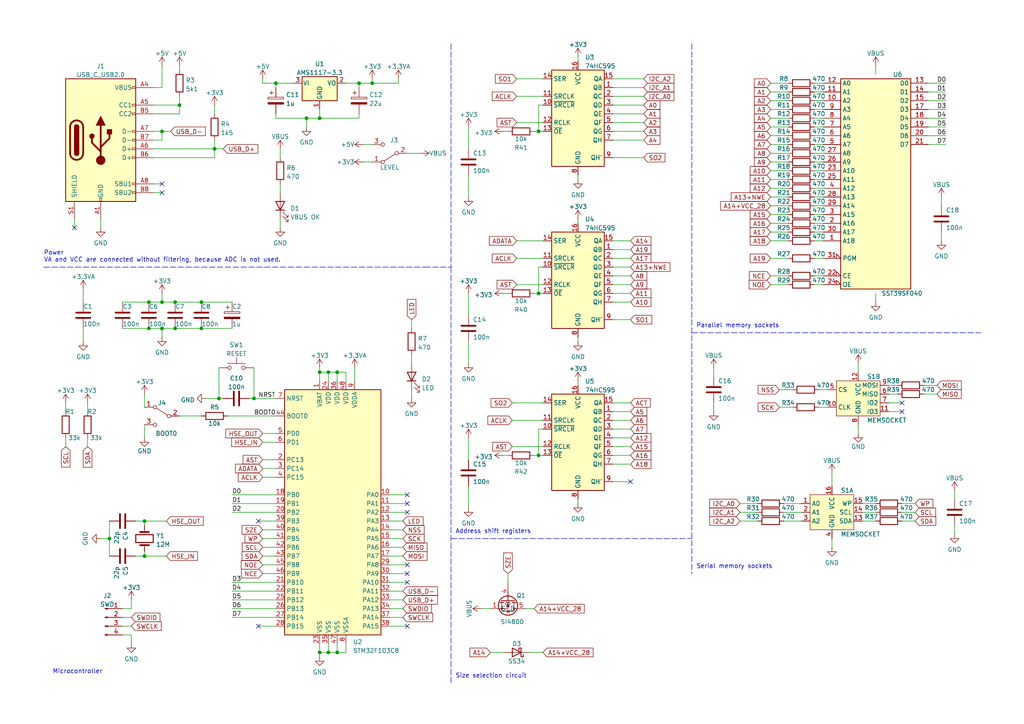
<source format=kicad_sch>
(kicad_sch (version 20211123) (generator eeschema)
  (paper "A4")
  (title_block (title "Memory dumper") (date "2022-10-15") (rev "0.1") (comment 1 "Made by HA5PLS"))
  (junction (at 156.21 38.1))
  (junction (at 73.66 115.57))
  (junction (at 58.42 87.63))
  (junction (at 80.01 24.13))
  (junction (at 92.71 107.95))
  (junction (at 107.95 24.13))
  (junction (at 41.91 151.13))
  (junction (at 156.21 85.09))
  (junction (at 50.8 87.63))
  (junction (at 95.25 107.95))
  (junction (at 46.99 38.1))
  (junction (at 46.99 95.25))
  (junction (at 58.42 95.25))
  (junction (at 95.25 189.23))
  (junction (at 92.71 189.23))
  (junction (at 46.99 87.63))
  (junction (at 43.18 95.25))
  (junction (at 63.5 115.57))
  (junction (at 43.18 87.63))
  (junction (at 97.79 189.23))
  (junction (at 92.71 34.29))
  (junction (at 50.8 95.25))
  (junction (at 97.79 107.95))
  (junction (at 62.23 43.18))
  (junction (at 88.9 34.29))
  (junction (at 156.21 132.08))
  (junction (at 31.75 156.21))
  (junction (at 104.14 24.13))
  (junction (at 52.07 30.48))
  (junction (at 41.91 161.29))
  (no_connect (at 21.59 66.04))
  (no_connect (at 46.99 55.88))
  (no_connect (at 46.99 53.34))
  (no_connect (at 182.88 139.7))
  (no_connect (at 261.62 116.84))
  (no_connect (at 261.62 119.38))
  (no_connect (at 74.93 181.61))
  (no_connect (at 74.93 151.13))
  (no_connect (at 118.11 168.91))
  (no_connect (at 118.11 181.61))
  (no_connect (at 118.11 163.83))
  (no_connect (at 118.11 166.37))
  (no_connect (at 118.11 143.51))
  (no_connect (at 118.11 146.05))
  (no_connect (at 118.11 148.59))
  (wire (pts (xy 66.04 120.65) (xy 80.01 120.65)))
  (wire (pts (xy 257.81 114.3) (xy 260.35 114.3)))
  (wire (pts (xy 223.52 29.21) (xy 228.6 29.21)))
  (wire (pts (xy 62.23 43.18) (xy 64.77 43.18)))
  (wire (pts (xy 269.24 34.29) (xy 274.32 34.29)))
  (wire (pts (xy 223.52 74.93) (xy 228.6 74.93)))
  (wire (pts (xy 236.22 80.01) (xy 238.76 80.01)))
  (wire (pts (xy 223.52 41.91) (xy 228.6 41.91)))
  (wire (pts (xy 214.63 151.13) (xy 219.71 151.13)))
  (wire (pts (xy 41.91 151.13) (xy 48.26 151.13)))
  (wire (pts (xy 21.59 63.5) (xy 21.59 66.04)))
  (wire (pts (xy 223.52 59.69) (xy 228.6 59.69)))
  (wire (pts (xy 44.45 45.72) (xy 62.23 45.72)))
  (wire (pts (xy 44.45 25.4) (xy 46.99 25.4)))
  (wire (pts (xy 19.05 129.54) (xy 19.05 127)))
  (wire (pts (xy 31.75 156.21) (xy 29.21 156.21)))
  (wire (pts (xy 115.57 24.13) (xy 115.57 22.86)))
  (wire (pts (xy 67.31 176.53) (xy 80.01 176.53)))
  (wire (pts (xy 261.62 151.13) (xy 265.43 151.13)))
  (wire (pts (xy 104.14 33.02) (xy 104.14 34.29)))
  (wire (pts (xy 113.03 153.67) (xy 116.84 153.67)))
  (wire (pts (xy 63.5 115.57) (xy 64.77 115.57)))
  (wire (pts (xy 50.8 95.25) (xy 58.42 95.25)))
  (wire (pts (xy 41.91 160.02) (xy 41.91 161.29)))
  (wire (pts (xy 273.05 57.15) (xy 273.05 59.69)))
  (wire (pts (xy 67.31 171.45) (xy 80.01 171.45)))
  (wire (pts (xy 92.71 186.69) (xy 92.71 189.23)))
  (wire (pts (xy 119.38 92.71) (xy 119.38 95.25)))
  (wire (pts (xy 113.03 156.21) (xy 116.84 156.21)))
  (wire (pts (xy 95.25 189.23) (xy 97.79 189.23)))
  (wire (pts (xy 177.8 119.38) (xy 182.88 119.38)))
  (wire (pts (xy 76.2 156.21) (xy 80.01 156.21)))
  (wire (pts (xy 236.22 59.69) (xy 238.76 59.69)))
  (wire (pts (xy 100.33 107.95) (xy 100.33 110.49)))
  (wire (pts (xy 177.8 38.1) (xy 186.69 38.1)))
  (wire (pts (xy 76.2 24.13) (xy 80.01 24.13)))
  (wire (pts (xy 223.52 44.45) (xy 228.6 44.45)))
  (wire (pts (xy 250.19 151.13) (xy 254 151.13)))
  (wire (pts (xy 135.89 85.09) (xy 135.89 91.44)))
  (wire (pts (xy 25.4 129.54) (xy 25.4 127)))
  (wire (pts (xy 241.3 137.16) (xy 241.3 140.97)))
  (wire (pts (xy 62.23 43.18) (xy 62.23 45.72)))
  (wire (pts (xy 105.41 46.99) (xy 107.95 46.99)))
  (wire (pts (xy 254 19.05) (xy 254 21.59)))
  (wire (pts (xy 156.21 77.47) (xy 156.21 85.09)))
  (wire (pts (xy 149.86 35.56) (xy 157.48 35.56)))
  (wire (pts (xy 113.03 146.05) (xy 118.11 146.05)))
  (wire (pts (xy 236.22 74.93) (xy 238.76 74.93)))
  (wire (pts (xy 149.86 27.94) (xy 157.48 27.94)))
  (wire (pts (xy 135.89 99.06) (xy 135.89 105.41)))
  (wire (pts (xy 92.71 106.68) (xy 92.71 107.95)))
  (polyline (pts (xy 12.7 77.47) (xy 123.19 77.47)))
  (wire (pts (xy 207.01 116.84) (xy 207.01 119.38)))
  (wire (pts (xy 236.22 44.45) (xy 238.76 44.45)))
  (wire (pts (xy 116.84 151.13) (xy 113.03 151.13)))
  (wire (pts (xy 177.8 25.4) (xy 186.69 25.4)))
  (wire (pts (xy 41.91 123.19) (xy 41.91 127)))
  (wire (pts (xy 177.8 129.54) (xy 182.88 129.54)))
  (wire (pts (xy 154.94 132.08) (xy 156.21 132.08)))
  (wire (pts (xy 149.86 74.93) (xy 157.48 74.93)))
  (wire (pts (xy 80.01 33.02) (xy 80.01 34.29)))
  (wire (pts (xy 25.4 119.38) (xy 25.4 116.84)))
  (wire (pts (xy 207.01 106.68) (xy 207.01 109.22)))
  (wire (pts (xy 156.21 38.1) (xy 157.48 38.1)))
  (wire (pts (xy 119.38 113.03) (xy 119.38 115.57)))
  (wire (pts (xy 41.91 114.3) (xy 41.91 118.11)))
  (wire (pts (xy 74.93 151.13) (xy 80.01 151.13)))
  (wire (pts (xy 236.22 57.15) (xy 238.76 57.15)))
  (wire (pts (xy 44.45 38.1) (xy 46.99 38.1)))
  (wire (pts (xy 214.63 148.59) (xy 219.71 148.59)))
  (polyline (pts (xy 200.66 12.7) (xy 200.66 166.37)))
  (wire (pts (xy 248.92 123.19) (xy 248.92 125.73)))
  (wire (pts (xy 31.75 151.13) (xy 31.75 156.21)))
  (wire (pts (xy 76.2 158.75) (xy 80.01 158.75)))
  (wire (pts (xy 254 85.09) (xy 254 87.63)))
  (wire (pts (xy 38.1 184.15) (xy 38.1 186.69)))
  (wire (pts (xy 177.8 40.64) (xy 186.69 40.64)))
  (wire (pts (xy 237.49 113.03) (xy 240.03 113.03)))
  (wire (pts (xy 81.28 43.18) (xy 81.28 45.72)))
  (wire (pts (xy 76.2 166.37) (xy 80.01 166.37)))
  (wire (pts (xy 35.56 184.15) (xy 38.1 184.15)))
  (wire (pts (xy 50.8 87.63) (xy 58.42 87.63)))
  (wire (pts (xy 24.13 83.82) (xy 24.13 87.63)))
  (wire (pts (xy 267.97 111.76) (xy 271.78 111.76)))
  (wire (pts (xy 177.8 27.94) (xy 186.69 27.94)))
  (wire (pts (xy 177.8 69.85) (xy 182.88 69.85)))
  (wire (pts (xy 85.09 24.13) (xy 80.01 24.13)))
  (wire (pts (xy 214.63 146.05) (xy 219.71 146.05)))
  (wire (pts (xy 226.06 118.11) (xy 229.87 118.11)))
  (wire (pts (xy 135.89 127) (xy 135.89 133.35)))
  (wire (pts (xy 237.49 118.11) (xy 240.03 118.11)))
  (wire (pts (xy 223.52 46.99) (xy 228.6 46.99)))
  (wire (pts (xy 46.99 95.25) (xy 46.99 97.79)))
  (wire (pts (xy 58.42 87.63) (xy 67.31 87.63)))
  (wire (pts (xy 102.87 106.68) (xy 102.87 110.49)))
  (wire (pts (xy 76.2 161.29) (xy 80.01 161.29)))
  (wire (pts (xy 104.14 24.13) (xy 107.95 24.13)))
  (wire (pts (xy 177.8 45.72) (xy 186.69 45.72)))
  (wire (pts (xy 67.31 148.59) (xy 80.01 148.59)))
  (wire (pts (xy 35.56 179.07) (xy 38.1 179.07)))
  (wire (pts (xy 223.52 62.23) (xy 228.6 62.23)))
  (wire (pts (xy 269.24 41.91) (xy 274.32 41.91)))
  (wire (pts (xy 248.92 105.41) (xy 248.92 107.95)))
  (wire (pts (xy 119.38 102.87) (xy 119.38 105.41)))
  (wire (pts (xy 154.94 85.09) (xy 156.21 85.09)))
  (wire (pts (xy 35.56 95.25) (xy 43.18 95.25)))
  (wire (pts (xy 223.52 80.01) (xy 228.6 80.01)))
  (wire (pts (xy 95.25 107.95) (xy 95.25 110.49)))
  (wire (pts (xy 95.25 186.69) (xy 95.25 189.23)))
  (wire (pts (xy 52.07 19.05) (xy 52.07 20.32)))
  (wire (pts (xy 152.4 176.53) (xy 154.94 176.53)))
  (wire (pts (xy 149.86 69.85) (xy 157.48 69.85)))
  (wire (pts (xy 74.93 181.61) (xy 80.01 181.61)))
  (wire (pts (xy 223.52 34.29) (xy 228.6 34.29)))
  (wire (pts (xy 236.22 69.85) (xy 238.76 69.85)))
  (wire (pts (xy 113.03 173.99) (xy 116.84 173.99)))
  (wire (pts (xy 177.8 134.62) (xy 182.88 134.62)))
  (wire (pts (xy 156.21 132.08) (xy 157.48 132.08)))
  (wire (pts (xy 177.8 72.39) (xy 182.88 72.39)))
  (wire (pts (xy 88.9 34.29) (xy 92.71 34.29)))
  (wire (pts (xy 267.97 114.3) (xy 271.78 114.3)))
  (wire (pts (xy 113.03 143.51) (xy 118.11 143.51)))
  (wire (pts (xy 46.99 87.63) (xy 50.8 87.63)))
  (wire (pts (xy 177.8 127) (xy 182.88 127)))
  (wire (pts (xy 49.53 38.1) (xy 46.99 38.1)))
  (wire (pts (xy 167.64 110.49) (xy 167.64 111.76)))
  (wire (pts (xy 223.52 24.13) (xy 228.6 24.13)))
  (wire (pts (xy 177.8 77.47) (xy 182.88 77.47)))
  (wire (pts (xy 261.62 148.59) (xy 265.43 148.59)))
  (wire (pts (xy 76.2 128.27) (xy 80.01 128.27)))
  (wire (pts (xy 100.33 186.69) (xy 100.33 189.23)))
  (wire (pts (xy 43.18 95.25) (xy 46.99 95.25)))
  (wire (pts (xy 107.95 24.13) (xy 115.57 24.13)))
  (wire (pts (xy 177.8 80.01) (xy 182.88 80.01)))
  (wire (pts (xy 92.71 190.5) (xy 92.71 189.23)))
  (wire (pts (xy 67.31 143.51) (xy 80.01 143.51)))
  (wire (pts (xy 236.22 62.23) (xy 238.76 62.23)))
  (wire (pts (xy 113.03 168.91) (xy 118.11 168.91)))
  (wire (pts (xy 223.52 31.75) (xy 228.6 31.75)))
  (wire (pts (xy 31.75 156.21) (xy 31.75 161.29)))
  (wire (pts (xy 73.66 115.57) (xy 80.01 115.57)))
  (wire (pts (xy 76.2 125.73) (xy 80.01 125.73)))
  (wire (pts (xy 269.24 26.67) (xy 274.32 26.67)))
  (wire (pts (xy 177.8 82.55) (xy 182.88 82.55)))
  (wire (pts (xy 157.48 30.48) (xy 156.21 30.48)))
  (wire (pts (xy 97.79 186.69) (xy 97.79 189.23)))
  (wire (pts (xy 177.8 116.84) (xy 182.88 116.84)))
  (wire (pts (xy 92.71 31.75) (xy 92.71 34.29)))
  (wire (pts (xy 147.32 166.37) (xy 147.32 168.91)))
  (wire (pts (xy 156.21 124.46) (xy 156.21 132.08)))
  (wire (pts (xy 177.8 22.86) (xy 186.69 22.86)))
  (wire (pts (xy 29.21 63.5) (xy 29.21 66.04)))
  (wire (pts (xy 149.86 22.86) (xy 157.48 22.86)))
  (wire (pts (xy 63.5 106.68) (xy 63.5 115.57)))
  (wire (pts (xy 35.56 87.63) (xy 43.18 87.63)))
  (wire (pts (xy 167.64 97.79) (xy 167.64 99.06)))
  (wire (pts (xy 58.42 95.25) (xy 67.31 95.25)))
  (wire (pts (xy 67.31 179.07) (xy 80.01 179.07)))
  (wire (pts (xy 223.52 69.85) (xy 228.6 69.85)))
  (wire (pts (xy 177.8 35.56) (xy 186.69 35.56)))
  (wire (pts (xy 100.33 189.23) (xy 97.79 189.23)))
  (wire (pts (xy 236.22 26.67) (xy 238.76 26.67)))
  (wire (pts (xy 135.89 36.83) (xy 135.89 43.18)))
  (polyline (pts (xy 200.66 96.52) (xy 284.48 96.52)))
  (wire (pts (xy 236.22 29.21) (xy 238.76 29.21)))
  (wire (pts (xy 81.28 63.5) (xy 81.28 66.04)))
  (wire (pts (xy 46.99 95.25) (xy 50.8 95.25)))
  (wire (pts (xy 44.45 55.88) (xy 46.99 55.88)))
  (wire (pts (xy 157.48 124.46) (xy 156.21 124.46)))
  (wire (pts (xy 273.05 67.31) (xy 273.05 69.85)))
  (wire (pts (xy 67.31 168.91) (xy 80.01 168.91)))
  (wire (pts (xy 177.8 121.92) (xy 182.88 121.92)))
  (wire (pts (xy 156.21 85.09) (xy 157.48 85.09)))
  (wire (pts (xy 80.01 133.35) (xy 76.2 133.35)))
  (wire (pts (xy 107.95 22.86) (xy 107.95 24.13)))
  (wire (pts (xy 236.22 64.77) (xy 238.76 64.77)))
  (wire (pts (xy 177.8 33.02) (xy 186.69 33.02)))
  (wire (pts (xy 223.52 57.15) (xy 228.6 57.15)))
  (wire (pts (xy 236.22 34.29) (xy 238.76 34.29)))
  (wire (pts (xy 72.39 115.57) (xy 73.66 115.57)))
  (wire (pts (xy 97.79 107.95) (xy 97.79 110.49)))
  (wire (pts (xy 167.64 144.78) (xy 167.64 146.05)))
  (wire (pts (xy 154.94 38.1) (xy 156.21 38.1)))
  (wire (pts (xy 153.67 189.23) (xy 157.48 189.23)))
  (wire (pts (xy 80.01 34.29) (xy 88.9 34.29)))
  (wire (pts (xy 44.45 53.34) (xy 46.99 53.34)))
  (wire (pts (xy 269.24 39.37) (xy 274.32 39.37)))
  (wire (pts (xy 156.21 30.48) (xy 156.21 38.1)))
  (wire (pts (xy 223.52 26.67) (xy 228.6 26.67)))
  (wire (pts (xy 223.52 82.55) (xy 228.6 82.55)))
  (wire (pts (xy 167.64 63.5) (xy 167.64 64.77)))
  (wire (pts (xy 236.22 52.07) (xy 238.76 52.07)))
  (wire (pts (xy 177.8 124.46) (xy 182.88 124.46)))
  (wire (pts (xy 236.22 24.13) (xy 238.76 24.13)))
  (wire (pts (xy 113.03 176.53) (xy 116.84 176.53)))
  (polyline (pts (xy 123.19 77.47) (xy 130.81 77.47)))
  (wire (pts (xy 257.81 116.84) (xy 261.62 116.84)))
  (wire (pts (xy 113.03 166.37) (xy 118.11 166.37)))
  (wire (pts (xy 76.2 138.43) (xy 80.01 138.43)))
  (polyline (pts (xy 130.81 12.7) (xy 130.81 77.47)))
  (wire (pts (xy 177.8 85.09) (xy 182.88 85.09)))
  (wire (pts (xy 62.23 30.48) (xy 62.23 33.02)))
  (wire (pts (xy 142.24 189.23) (xy 146.05 189.23)))
  (wire (pts (xy 148.59 129.54) (xy 157.48 129.54)))
  (wire (pts (xy 269.24 31.75) (xy 274.32 31.75)))
  (wire (pts (xy 223.52 52.07) (xy 228.6 52.07)))
  (wire (pts (xy 113.03 181.61) (xy 118.11 181.61)))
  (wire (pts (xy 59.69 115.57) (xy 63.5 115.57)))
  (wire (pts (xy 39.37 151.13) (xy 41.91 151.13)))
  (polyline (pts (xy 130.81 156.21) (xy 200.66 156.21)))
  (wire (pts (xy 92.71 34.29) (xy 104.14 34.29)))
  (wire (pts (xy 250.19 146.05) (xy 254 146.05)))
  (wire (pts (xy 148.59 116.84) (xy 157.48 116.84)))
  (wire (pts (xy 257.81 119.38) (xy 261.62 119.38)))
  (wire (pts (xy 157.48 77.47) (xy 156.21 77.47)))
  (wire (pts (xy 236.22 36.83) (xy 238.76 36.83)))
  (wire (pts (xy 236.22 31.75) (xy 238.76 31.75)))
  (wire (pts (xy 19.05 119.38) (xy 19.05 116.84)))
  (wire (pts (xy 46.99 19.05) (xy 46.99 25.4)))
  (wire (pts (xy 241.3 156.21) (xy 241.3 158.75)))
  (wire (pts (xy 236.22 67.31) (xy 238.76 67.31)))
  (wire (pts (xy 24.13 95.25) (xy 24.13 99.06)))
  (wire (pts (xy 76.2 153.67) (xy 80.01 153.67)))
  (wire (pts (xy 261.62 146.05) (xy 265.43 146.05)))
  (wire (pts (xy 223.52 49.53) (xy 228.6 49.53)))
  (wire (pts (xy 43.18 87.63) (xy 46.99 87.63)))
  (wire (pts (xy 250.19 148.59) (xy 254 148.59)))
  (wire (pts (xy 113.03 179.07) (xy 116.84 179.07)))
  (wire (pts (xy 113.03 158.75) (xy 116.84 158.75)))
  (wire (pts (xy 80.01 135.89) (xy 76.2 135.89)))
  (wire (pts (xy 52.07 33.02) (xy 52.07 30.48)))
  (wire (pts (xy 67.31 173.99) (xy 80.01 173.99)))
  (wire (pts (xy 146.05 38.1) (xy 147.32 38.1)))
  (wire (pts (xy 227.33 151.13) (xy 232.41 151.13)))
  (wire (pts (xy 41.91 161.29) (xy 39.37 161.29)))
  (wire (pts (xy 41.91 151.13) (xy 41.91 152.4)))
  (wire (pts (xy 236.22 54.61) (xy 238.76 54.61)))
  (wire (pts (xy 76.2 163.83) (xy 80.01 163.83)))
  (wire (pts (xy 67.31 146.05) (xy 80.01 146.05)))
  (wire (pts (xy 113.03 161.29) (xy 116.84 161.29)))
  (wire (pts (xy 95.25 107.95) (xy 97.79 107.95)))
  (wire (pts (xy 76.2 22.86) (xy 76.2 24.13)))
  (wire (pts (xy 177.8 30.48) (xy 186.69 30.48)))
  (wire (pts (xy 139.7 176.53) (xy 142.24 176.53)))
  (wire (pts (xy 236.22 82.55) (xy 238.76 82.55)))
  (wire (pts (xy 135.89 140.97) (xy 135.89 147.32)))
  (wire (pts (xy 167.64 16.51) (xy 167.64 17.78)))
  (wire (pts (xy 177.8 87.63) (xy 182.88 87.63)))
  (wire (pts (xy 167.64 50.8) (xy 167.64 52.07)))
  (wire (pts (xy 38.1 176.53) (xy 38.1 173.99)))
  (polyline (pts (xy 130.81 77.47) (xy 130.81 198.12)))
  (wire (pts (xy 81.28 53.34) (xy 81.28 55.88)))
  (wire (pts (xy 113.03 171.45) (xy 116.84 171.45)))
  (wire (pts (xy 113.03 163.83) (xy 118.11 163.83)))
  (wire (pts (xy 52.07 27.94) (xy 52.07 30.48)))
  (wire (pts (xy 135.89 50.8) (xy 135.89 57.15)))
  (wire (pts (xy 46.99 38.1) (xy 46.99 40.64)))
  (wire (pts (xy 276.86 152.4) (xy 276.86 154.94)))
  (wire (pts (xy 269.24 36.83) (xy 274.32 36.83)))
  (wire (pts (xy 223.52 64.77) (xy 228.6 64.77)))
  (wire (pts (xy 62.23 40.64) (xy 62.23 43.18)))
  (wire (pts (xy 223.52 39.37) (xy 228.6 39.37)))
  (wire (pts (xy 236.22 49.53) (xy 238.76 49.53)))
  (wire (pts (xy 236.22 46.99) (xy 238.76 46.99)))
  (wire (pts (xy 41.91 161.29) (xy 48.26 161.29)))
  (wire (pts (xy 46.99 85.09) (xy 46.99 87.63)))
  (wire (pts (xy 44.45 43.18) (xy 62.23 43.18)))
  (wire (pts (xy 88.9 34.29) (xy 88.9 36.83)))
  (wire (pts (xy 257.81 111.76) (xy 260.35 111.76)))
  (wire (pts (xy 92.71 189.23) (xy 95.25 189.23)))
  (wire (pts (xy 52.07 120.65) (xy 58.42 120.65)))
  (wire (pts (xy 73.66 115.57) (xy 73.66 106.68)))
  (wire (pts (xy 149.86 82.55) (xy 157.48 82.55)))
  (wire (pts (xy 177.8 74.93) (xy 182.88 74.93)))
  (wire (pts (xy 104.14 24.13) (xy 104.14 25.4)))
  (wire (pts (xy 146.05 132.08) (xy 147.32 132.08)))
  (wire (pts (xy 223.52 36.83) (xy 228.6 36.83)))
  (wire (pts (xy 276.86 142.24) (xy 276.86 144.78)))
  (wire (pts (xy 35.56 181.61) (xy 38.1 181.61)))
  (wire (pts (xy 227.33 146.05) (xy 232.41 146.05)))
  (wire (pts (xy 44.45 40.64) (xy 46.99 40.64)))
  (wire (pts (xy 146.05 85.09) (xy 147.32 85.09)))
  (wire (pts (xy 236.22 41.91) (xy 238.76 41.91)))
  (wire (pts (xy 44.45 33.02) (xy 52.07 33.02)))
  (wire (pts (xy 80.01 24.13) (xy 80.01 25.4)))
  (wire (pts (xy 236.22 39.37) (xy 238.76 39.37)))
  (wire (pts (xy 100.33 24.13) (xy 104.14 24.13)))
  (wire (pts (xy 92.71 107.95) (xy 95.25 107.95)))
  (wire (pts (xy 148.59 121.92) (xy 157.48 121.92)))
  (wire (pts (xy 226.06 113.03) (xy 229.87 113.03)))
  (wire (pts (xy 223.52 54.61) (xy 228.6 54.61)))
  (wire (pts (xy 177.8 139.7) (xy 182.88 139.7)))
  (wire (pts (xy 92.71 107.95) (xy 92.71 110.49)))
  (wire (pts (xy 97.79 107.95) (xy 100.33 107.95)))
  (wire (pts (xy 44.45 30.48) (xy 52.07 30.48)))
  (wire (pts (xy 269.24 29.21) (xy 274.32 29.21)))
  (wire (pts (xy 269.24 24.13) (xy 274.32 24.13)))
  (wire (pts (xy 113.03 148.59) (xy 118.11 148.59)))
  (wire (pts (xy 177.8 132.08) (xy 182.88 132.08)))
  (wire (pts (xy 227.33 148.59) (xy 232.41 148.59)))
  (wire (pts (xy 177.8 92.71) (xy 182.88 92.71)))
  (wire (pts (xy 105.41 41.91) (xy 107.95 41.91)))
  (wire (pts (xy 35.56 176.53) (xy 38.1 176.53)))
  (wire (pts (xy 223.52 67.31) (xy 228.6 67.31)))
  (wire (pts (xy 118.11 44.45) (xy 121.92 44.45)))
  (text "Address shift registers\n" (at 132.08 154.94 0) (effects (font (size 1.27 1.27)) (justify left bottom)))
  (text "Size selection circuit\n" (at 132.08 196.85 0) (effects (font (size 1.27 1.27)) (justify left bottom)))
  (text "Power\nVA and VCC are connected without filtering, because ADC is not used." (at 12.7 76.2 0) (effects (font (size 1.27 1.27)) (justify left bottom)))
  (text "Microcontroller" (at 15.24 195.58 0) (effects (font (size 1.27 1.27)) (justify left bottom)))
  (text "Serial memory sockets\n" (at 201.93 165.1 0) (effects (font (size 1.27 1.27)) (justify left bottom)))
  (text "Parallel memory sockets\n" (at 201.93 95.25 0) (effects (font (size 1.27 1.27)) (justify left bottom)))
  (label "D5" (at 271.78 36.83 0))
  (label "D4" (at 67.31 171.45 0))
  (label "D7" (at 271.78 41.91 0))
  (label "D2" (at 67.31 148.59 0))
  (label "D3" (at 67.31 168.91 0))
  (label "D0" (at 67.31 143.51 0))
  (label "D0" (at 271.78 24.13 0))
  (label "D6" (at 271.78 39.37 0))
  (label "BOOT0" (at 73.66 120.65 0))
  (label "D7" (at 67.31 179.07 0))
  (label "D6" (at 67.31 176.53 0))
  (label "D5" (at 67.31 173.99 0))
  (label "NRST" (at 74.93 115.57 0))
  (label "D2" (at 271.78 29.21 0))
  (label "D1" (at 271.78 26.67 0))
  (label "D4" (at 271.78 34.29 0))
  (label "D3" (at 271.78 31.75 0))
  (label "D1" (at 67.31 146.05 0))
  (global_label "HSE_OUT" (shape input) (at 48.26 151.13 0) (property "Intersheet References" "${INTERSHEET_REFS}" (effects hide)))
  (global_label "USB_D-" (shape input) (at 49.53 38.1 0) (property "Intersheet References" "${INTERSHEET_REFS}" (effects hide)))
  (global_label "SO2" (shape input) (at 186.69 45.72 0) (property "Intersheet References" "${INTERSHEET_REFS}" (effects hide)))
  (global_label "A0" (shape input) (at 223.52 24.13 180) (property "Intersheet References" "${INTERSHEET_REFS}" (effects hide)))
  (global_label "A16" (shape input) (at 223.52 64.77 180) (property "Intersheet References" "${INTERSHEET_REFS}" (effects hide)))
  (global_label "A6" (shape input) (at 223.52 39.37 180) (property "Intersheet References" "${INTERSHEET_REFS}" (effects hide)))
  (global_label "A15" (shape input) (at 182.88 129.54 0) (property "Intersheet References" "${INTERSHEET_REFS}" (effects hide)))
  (global_label "A18" (shape input) (at 223.52 69.85 180) (property "Intersheet References" "${INTERSHEET_REFS}" (effects hide)))
  (global_label "A1" (shape input) (at 186.69 33.02 0) (property "Intersheet References" "${INTERSHEET_REFS}" (effects hide)))
  (global_label "A3" (shape input) (at 223.52 31.75 180) (property "Intersheet References" "${INTERSHEET_REFS}" (effects hide)))
  (global_label "USB_D-" (shape input) (at 116.84 171.45 0) (property "Intersheet References" "${INTERSHEET_REFS}" (effects hide)))
  (global_label "MOSI" (shape input) (at 271.78 111.76 0) (property "Intersheet References" "${INTERSHEET_REFS}" (effects hide)))
  (global_label "SO2" (shape input) (at 148.59 116.84 180) (property "Intersheet References" "${INTERSHEET_REFS}" (effects hide)))
  (global_label "I2C_A0" (shape input) (at 214.63 146.05 180) (property "Intersheet References" "${INTERSHEET_REFS}" (effects hide)))
  (global_label "A10" (shape input) (at 223.52 49.53 180) (property "Intersheet References" "${INTERSHEET_REFS}" (effects hide)))
  (global_label "USB_D+" (shape input) (at 64.77 43.18 0) (property "Intersheet References" "${INTERSHEET_REFS}" (effects hide)))
  (global_label "HSE_IN" (shape input) (at 76.2 128.27 180) (property "Intersheet References" "${INTERSHEET_REFS}" (effects hide)))
  (global_label "A12" (shape input) (at 223.52 54.61 180) (property "Intersheet References" "${INTERSHEET_REFS}" (effects hide)))
  (global_label "AST" (shape input) (at 149.86 35.56 180) (property "Intersheet References" "${INTERSHEET_REFS}" (effects hide)))
  (global_label "ACLK" (shape input) (at 149.86 74.93 180) (property "Intersheet References" "${INTERSHEET_REFS}" (effects hide)))
  (global_label "A10" (shape input) (at 182.88 87.63 0) (property "Intersheet References" "${INTERSHEET_REFS}" (effects hide)))
  (global_label "A14+VCC_28" (shape input) (at 154.94 176.53 0) (property "Intersheet References" "${INTERSHEET_REFS}" (effects hide)))
  (global_label "SO1" (shape input) (at 182.88 92.71 0) (property "Intersheet References" "${INTERSHEET_REFS}" (effects hide)))
  (global_label "A14+VCC_28" (shape input) (at 157.48 189.23 0) (property "Intersheet References" "${INTERSHEET_REFS}" (effects hide)))
  (global_label "A13+NWE" (shape input) (at 182.88 77.47 0) (property "Intersheet References" "${INTERSHEET_REFS}" (effects hide)))
  (global_label "HSE_IN" (shape input) (at 48.26 161.29 0) (property "Intersheet References" "${INTERSHEET_REFS}" (effects hide)))
  (global_label "A7" (shape input) (at 223.52 41.91 180) (property "Intersheet References" "${INTERSHEET_REFS}" (effects hide)))
  (global_label "SCK" (shape input) (at 226.06 118.11 180) (property "Intersheet References" "${INTERSHEET_REFS}" (effects hide)))
  (global_label "SCL" (shape input) (at 265.43 148.59 0) (property "Intersheet References" "${INTERSHEET_REFS}" (effects hide)))
  (global_label "NCE" (shape input) (at 223.52 80.01 180) (property "Intersheet References" "${INTERSHEET_REFS}" (effects hide)))
  (global_label "SWCLK" (shape input) (at 116.84 179.07 0) (property "Intersheet References" "${INTERSHEET_REFS}" (effects hide)))
  (global_label "NOE" (shape input) (at 223.52 82.55 180) (property "Intersheet References" "${INTERSHEET_REFS}" (effects hide)))
  (global_label "I2C_A2" (shape input) (at 186.69 22.86 0) (property "Intersheet References" "${INTERSHEET_REFS}" (effects hide)))
  (global_label "ADATA" (shape input) (at 76.2 135.89 180) (property "Intersheet References" "${INTERSHEET_REFS}" (effects hide)))
  (global_label "A14+VCC_28" (shape input) (at 223.52 59.69 180) (property "Intersheet References" "${INTERSHEET_REFS}" (effects hide)))
  (global_label "A19" (shape input) (at 223.52 74.93 180) (property "Intersheet References" "${INTERSHEET_REFS}" (effects hide)))
  (global_label "LED" (shape input) (at 119.38 92.71 90) (property "Intersheet References" "${INTERSHEET_REFS}" (effects hide)))
  (global_label "ACLK" (shape input) (at 149.86 27.94 180) (property "Intersheet References" "${INTERSHEET_REFS}" (effects hide)))
  (global_label "NCE" (shape input) (at 76.2 166.37 180) (property "Intersheet References" "${INTERSHEET_REFS}" (effects hide)))
  (global_label "LED" (shape input) (at 116.84 151.13 0) (property "Intersheet References" "${INTERSHEET_REFS}" (effects hide)))
  (global_label "I2C_A0" (shape input) (at 186.69 27.94 0) (property "Intersheet References" "${INTERSHEET_REFS}" (effects hide)))
  (global_label "HSE_OUT" (shape input) (at 76.2 125.73 180) (property "Intersheet References" "${INTERSHEET_REFS}" (effects hide)))
  (global_label "A5" (shape input) (at 223.52 36.83 180) (property "Intersheet References" "${INTERSHEET_REFS}" (effects hide)))
  (global_label "USB_D+" (shape input) (at 116.84 173.99 0) (property "Intersheet References" "${INTERSHEET_REFS}" (effects hide)))
  (global_label "ADATA" (shape input) (at 149.86 69.85 180) (property "Intersheet References" "${INTERSHEET_REFS}" (effects hide)))
  (global_label "A14" (shape input) (at 142.24 189.23 180) (property "Intersheet References" "${INTERSHEET_REFS}" (effects hide)))
  (global_label "AST" (shape input) (at 149.86 82.55 180) (property "Intersheet References" "${INTERSHEET_REFS}" (effects hide)))
  (global_label "A17" (shape input) (at 223.52 67.31 180) (property "Intersheet References" "${INTERSHEET_REFS}" (effects hide)))
  (global_label "SCL" (shape input) (at 76.2 158.75 180) (property "Intersheet References" "${INTERSHEET_REFS}" (effects hide)))
  (global_label "I2C_A2" (shape input) (at 214.63 151.13 180) (property "Intersheet References" "${INTERSHEET_REFS}" (effects hide)))
  (global_label "ACLK" (shape input) (at 76.2 138.43 180) (property "Intersheet References" "${INTERSHEET_REFS}" (effects hide)))
  (global_label "A9" (shape input) (at 182.88 82.55 0) (property "Intersheet References" "${INTERSHEET_REFS}" (effects hide)))
  (global_label "A1" (shape input) (at 223.52 26.67 180) (property "Intersheet References" "${INTERSHEET_REFS}" (effects hide)))
  (global_label "SWDIO" (shape input) (at 38.1 179.07 0) (property "Intersheet References" "${INTERSHEET_REFS}" (effects hide)))
  (global_label "A0" (shape input) (at 186.69 30.48 0) (property "Intersheet References" "${INTERSHEET_REFS}" (effects hide)))
  (global_label "A3" (shape input) (at 186.69 38.1 0) (property "Intersheet References" "${INTERSHEET_REFS}" (effects hide)))
  (global_label "NSS" (shape input) (at 226.06 113.03 180) (property "Intersheet References" "${INTERSHEET_REFS}" (effects hide)))
  (global_label "SZE" (shape input) (at 76.2 153.67 180) (property "Intersheet References" "${INTERSHEET_REFS}" (effects hide)))
  (global_label "AST" (shape input) (at 148.59 129.54 180) (property "Intersheet References" "${INTERSHEET_REFS}" (effects hide)))
  (global_label "A9" (shape input) (at 223.52 46.99 180) (property "Intersheet References" "${INTERSHEET_REFS}" (effects hide)))
  (global_label "A5" (shape input) (at 182.88 119.38 0) (property "Intersheet References" "${INTERSHEET_REFS}" (effects hide)))
  (global_label "A2" (shape input) (at 186.69 35.56 0) (property "Intersheet References" "${INTERSHEET_REFS}" (effects hide)))
  (global_label "A18" (shape input) (at 182.88 134.62 0) (property "Intersheet References" "${INTERSHEET_REFS}" (effects hide)))
  (global_label "SO1" (shape input) (at 149.86 22.86 180) (property "Intersheet References" "${INTERSHEET_REFS}" (effects hide)))
  (global_label "MISO" (shape input) (at 271.78 114.3 0) (property "Intersheet References" "${INTERSHEET_REFS}" (effects hide)))
  (global_label "SWCLK" (shape input) (at 38.1 181.61 0) (property "Intersheet References" "${INTERSHEET_REFS}" (effects hide)))
  (global_label "A8" (shape input) (at 182.88 80.01 0) (property "Intersheet References" "${INTERSHEET_REFS}" (effects hide)))
  (global_label "SDA" (shape input) (at 265.43 151.13 0) (property "Intersheet References" "${INTERSHEET_REFS}" (effects hide)))
  (global_label "MISO" (shape input) (at 116.84 158.75 0) (property "Intersheet References" "${INTERSHEET_REFS}" (effects hide)))
  (global_label "WP" (shape input) (at 76.2 156.21 180) (property "Intersheet References" "${INTERSHEET_REFS}" (effects hide)))
  (global_label "A12" (shape input) (at 182.88 127 0) (property "Intersheet References" "${INTERSHEET_REFS}" (effects hide)))
  (global_label "A11" (shape input) (at 223.52 52.07 180) (property "Intersheet References" "${INTERSHEET_REFS}" (effects hide)))
  (global_label "I2C_A1" (shape input) (at 186.69 25.4 0) (property "Intersheet References" "${INTERSHEET_REFS}" (effects hide)))
  (global_label "SCL" (shape input) (at 19.05 129.54 270) (property "Intersheet References" "${INTERSHEET_REFS}" (effects hide)))
  (global_label "SZE" (shape input) (at 147.32 166.37 90) (property "Intersheet References" "${INTERSHEET_REFS}" (effects hide)))
  (global_label "MOSI" (shape input) (at 116.84 161.29 0) (property "Intersheet References" "${INTERSHEET_REFS}" (effects hide)))
  (global_label "A6" (shape input) (at 182.88 121.92 0) (property "Intersheet References" "${INTERSHEET_REFS}" (effects hide)))
  (global_label "SWDIO" (shape input) (at 116.84 176.53 0) (property "Intersheet References" "${INTERSHEET_REFS}" (effects hide)))
  (global_label "A4" (shape input) (at 223.52 34.29 180) (property "Intersheet References" "${INTERSHEET_REFS}" (effects hide)))
  (global_label "A11" (shape input) (at 182.88 85.09 0) (property "Intersheet References" "${INTERSHEET_REFS}" (effects hide)))
  (global_label "A14" (shape input) (at 182.88 69.85 0) (property "Intersheet References" "${INTERSHEET_REFS}" (effects hide)))
  (global_label "ACLK" (shape input) (at 148.59 121.92 180) (property "Intersheet References" "${INTERSHEET_REFS}" (effects hide)))
  (global_label "A17" (shape input) (at 182.88 74.93 0) (property "Intersheet References" "${INTERSHEET_REFS}" (effects hide)))
  (global_label "I2C_A1" (shape input) (at 214.63 148.59 180) (property "Intersheet References" "${INTERSHEET_REFS}" (effects hide)))
  (global_label "A16" (shape input) (at 182.88 132.08 0) (property "Intersheet References" "${INTERSHEET_REFS}" (effects hide)))
  (global_label "SDA" (shape input) (at 76.2 161.29 180) (property "Intersheet References" "${INTERSHEET_REFS}" (effects hide)))
  (global_label "NSS" (shape input) (at 116.84 153.67 0) (property "Intersheet References" "${INTERSHEET_REFS}" (effects hide)))
  (global_label "A2" (shape input) (at 223.52 29.21 180) (property "Intersheet References" "${INTERSHEET_REFS}" (effects hide)))
  (global_label "WP" (shape input) (at 265.43 146.05 0) (property "Intersheet References" "${INTERSHEET_REFS}" (effects hide)))
  (global_label "NOE" (shape input) (at 76.2 163.83 180) (property "Intersheet References" "${INTERSHEET_REFS}" (effects hide)))
  (global_label "A13+NWE" (shape input) (at 223.52 57.15 180) (property "Intersheet References" "${INTERSHEET_REFS}" (effects hide)))
  (global_label "SDA" (shape input) (at 25.4 129.54 270) (property "Intersheet References" "${INTERSHEET_REFS}" (effects hide)))
  (global_label "A19" (shape input) (at 182.88 72.39 0) (property "Intersheet References" "${INTERSHEET_REFS}" (effects hide)))
  (global_label "SCK" (shape input) (at 116.84 156.21 0) (property "Intersheet References" "${INTERSHEET_REFS}" (effects hide)))
  (global_label "AST" (shape input) (at 76.2 133.35 180) (property "Intersheet References" "${INTERSHEET_REFS}" (effects hide)))
  (global_label "A8" (shape input) (at 223.52 44.45 180) (property "Intersheet References" "${INTERSHEET_REFS}" (effects hide)))
  (global_label "ACT" (shape input) (at 182.88 116.84 0) (property "Intersheet References" "${INTERSHEET_REFS}" (effects hide)))
  (global_label "A7" (shape input) (at 182.88 124.46 0) (property "Intersheet References" "${INTERSHEET_REFS}" (effects hide)))
  (global_label "A4" (shape input) (at 186.69 40.64 0) (property "Intersheet References" "${INTERSHEET_REFS}" (effects hide)))
  (global_label "A15" (shape input) (at 223.52 62.23 180) (property "Intersheet References" "${INTERSHEET_REFS}" (effects hide)))
  (symbol (lib_id "Device:R") (at 151.13 38.1 90) (mirror x) (unit 1)
    (property "Reference" "R41" (at 151.13 42.8158 90))
    (property "Value" "10k" (at 151.13 40.2789 90))
    (property "Footprint" "Resistor_SMD:R_0805_2012Metric_Pad1.20x1.40mm_HandSolder" (effects hide))
  )
  (symbol (lib_id "Device:C_Polarized") (at 67.31 91.44 0) (unit 1)
    (property "Reference" "C2" (at 67.31 88.9 0) (effects (justify left)))
    (property "Value" "1u" (at 67.31 93.98 0) (effects (justify left)))
    (property "Footprint" "Capacitor_SMD:CP_Elec_4x4.5" (effects hide))
  )
  (symbol (lib_id "Device:R") (at 232.41 52.07 90) (unit 1)
    (property "Reference" "R19" (at 227.33 50.8 90))
    (property "Value" "470" (at 237.49 50.8 90))
    (property "Footprint" "Resistor_SMD:R_0805_2012Metric_Pad1.20x1.40mm_HandSolder" (effects hide))
  )
  (symbol (lib_id "power:VBUS") (at 248.92 105.41 0) (unit 1)
    (property "Reference" "#PWR055" (effects hide))
    (property "Value" "VBUS" (at 248.92 101.8342 0))
  )
  (symbol (lib_id "Device:Crystal") (at 41.91 156.21 270) (unit 1)
    (property "Reference" "Y1" (at 45.2374 155.3753 90) (effects (justify left)))
    (property "Value" "12M" (at 45.2374 157.9122 90) (effects (justify left)))
    (property "Footprint" "Crystal:Crystal_HC18-U_Vertical" (effects hide))
  )
  (symbol (lib_id "power:VBUS") (at 121.92 44.45 270) (unit 1)
    (property "Reference" "#PWR029" (effects hide))
    (property "Value" "VBUS" (at 124.46 44.45 90) (effects (justify left)))
  )
  (symbol (lib_id "memdump:SI4800") (at 147.32 176.53 270) (unit 1)
    (property "Reference" "Q1" (at 151.13 172.72 90))
    (property "Value" "SI4800" (at 148.59 180.34 90))
    (property "Footprint" "Package_SO:SO-8_3.9x4.9mm_P1.27mm" (effects hide))
  )
  (symbol (lib_id "power:+5V") (at 46.99 19.05 0) (unit 1)
    (property "Reference" "#PWR011" (effects hide))
    (property "Value" "+5V" (at 46.99 15.4742 0))
  )
  (symbol (lib_id "Device:R") (at 232.41 54.61 90) (unit 1)
    (property "Reference" "R20" (at 227.33 53.34 90))
    (property "Value" "470" (at 237.49 53.34 90))
    (property "Footprint" "Resistor_SMD:R_0805_2012Metric_Pad1.20x1.40mm_HandSolder" (effects hide))
  )
  (symbol (lib_id "power:+3.3V") (at 46.99 85.09 0) (unit 1)
    (property "Reference" "#PWR012" (effects hide))
    (property "Value" "+3.3V" (at 46.99 81.5142 0))
  )
  (symbol (lib_id "Device:R") (at 232.41 59.69 90) (unit 1)
    (property "Reference" "R22" (at 227.33 58.42 90))
    (property "Value" "470" (at 237.49 58.42 90))
    (property "Footprint" "Resistor_SMD:R_0805_2012Metric_Pad1.20x1.40mm_HandSolder" (effects hide))
  )
  (symbol (lib_id "Device:R") (at 257.81 151.13 90) (unit 1)
    (property "Reference" "R37" (at 252.73 149.86 90))
    (property "Value" "470" (at 262.89 149.86 90))
    (property "Footprint" "Resistor_SMD:R_0805_2012Metric_Pad1.20x1.40mm_HandSolder" (effects hide))
  )
  (symbol (lib_id "Device:R") (at 264.16 114.3 90) (unit 1)
    (property "Reference" "R39" (at 259.08 113.03 90))
    (property "Value" "470" (at 269.24 113.03 90))
    (property "Footprint" "Resistor_SMD:R_0805_2012Metric_Pad1.20x1.40mm_HandSolder" (effects hide))
  )
  (symbol (lib_id "Device:R") (at 232.41 46.99 90) (unit 1)
    (property "Reference" "R17" (at 227.33 45.72 90))
    (property "Value" "470" (at 237.49 45.72 90))
    (property "Footprint" "Resistor_SMD:R_0805_2012Metric_Pad1.20x1.40mm_HandSolder" (effects hide))
  )
  (symbol (lib_id "power:GND") (at 29.21 66.04 0) (unit 1)
    (property "Reference" "#PWR05" (effects hide))
    (property "Value" "GND" (at 29.21 70.4834 0))
  )
  (symbol (lib_id "Device:R") (at 232.41 67.31 90) (unit 1)
    (property "Reference" "R25" (at 227.33 66.04 90))
    (property "Value" "470" (at 237.49 66.04 90))
    (property "Footprint" "Resistor_SMD:R_0805_2012Metric_Pad1.20x1.40mm_HandSolder" (effects hide))
  )
  (symbol (lib_id "Device:R") (at 62.23 120.65 270) (mirror x) (unit 1)
    (property "Reference" "R5" (at 62.23 118.11 90))
    (property "Value" "10k" (at 62.23 122.8289 90))
    (property "Footprint" "Resistor_SMD:R_0805_2012Metric_Pad1.20x1.40mm_HandSolder" (effects hide))
  )
  (symbol (lib_id "Device:R") (at 257.81 146.05 90) (unit 1)
    (property "Reference" "R35" (at 252.73 144.78 90))
    (property "Value" "470" (at 262.89 144.78 90))
    (property "Footprint" "Resistor_SMD:R_0805_2012Metric_Pad1.20x1.40mm_HandSolder" (effects hide))
  )
  (symbol (lib_id "Device:C") (at 35.56 161.29 90) (unit 1)
    (property "Reference" "C5" (at 36.3947 164.211 0) (effects (justify right)))
    (property "Value" "22p" (at 33.8578 164.211 0) (effects (justify right)))
    (property "Footprint" "Capacitor_SMD:C_0805_2012Metric_Pad1.18x1.45mm_HandSolder" (effects hide))
  )
  (symbol (lib_id "power:GND") (at 119.38 115.57 0) (unit 1)
    (property "Reference" "#PWR028" (effects hide))
    (property "Value" "GND" (at 119.38 120.0134 0))
  )
  (symbol (lib_id "power:VBUS") (at 273.05 57.15 0) (unit 1)
    (property "Reference" "#PWR059" (effects hide))
    (property "Value" "VBUS" (at 273.05 53.5742 0))
  )
  (symbol (lib_id "Device:C") (at 135.89 95.25 0) (unit 1)
    (property "Reference" "C14" (at 137.16 92.71 0) (effects (justify left)))
    (property "Value" "100n" (at 137.16 97.79 0) (effects (justify left)))
    (property "Footprint" "Capacitor_SMD:C_0805_2012Metric_Pad1.18x1.45mm_HandSolder" (effects hide))
  )
  (symbol (lib_id "Device:R") (at 25.4 123.19 180) (unit 1)
    (property "Reference" "R2" (at 26.67 119.38 0))
    (property "Value" "33k" (at 27.94 127 0))
    (property "Footprint" "Resistor_SMD:R_0805_2012Metric_Pad1.20x1.40mm_HandSolder" (effects hide))
  )
  (symbol (lib_name "MEMSOCKET_1") (lib_id "memdump:MEMSOCKET") (at 248.92 115.57 0) (unit 2)
    (property "Reference" "S1" (at 251.46 109.22 0) (effects (justify left)))
    (property "Value" "MEMSOCKET" (at 251.46 121.92 0) (effects (justify left)))
    (property "Footprint" "Socket:DIP_Socket-16_W4.3_W5.08_W7.62_W10.16_W10.9_3M_216-3340-00-0602J" (effects hide))
  )
  (symbol (lib_id "power:GND") (at 135.89 105.41 0) (unit 1)
    (property "Reference" "#PWR034" (effects hide))
    (property "Value" "GND" (at 135.89 109.8534 0))
  )
  (symbol (lib_id "Connector:Conn_01x04_Male") (at 30.48 179.07 0) (unit 1)
    (property "Reference" "J2" (at 31.115 172.754 0))
    (property "Value" "SWD" (at 31.115 175.2909 0))
    (property "Footprint" "Connector_PinHeader_2.54mm:PinHeader_1x04_P2.54mm_Vertical" (effects hide))
  )
  (symbol (lib_id "Device:C") (at 58.42 91.44 0) (unit 1)
    (property "Reference" "C8" (at 58.42 88.9 0) (effects (justify left)))
    (property "Value" "100n" (at 58.42 93.98 0) (effects (justify left)))
    (property "Footprint" "Capacitor_SMD:C_0805_2012Metric_Pad1.18x1.45mm_HandSolder" (effects hide))
  )
  (symbol (lib_id "power:GND") (at 59.69 115.57 270) (unit 1)
    (property "Reference" "#PWR015" (effects hide))
    (property "Value" "GND" (at 56.5151 116.0038 90) (effects (justify right)))
  )
  (symbol (lib_id "74xx:74HC595") (at 167.64 80.01 0) (unit 1)
    (property "Reference" "U4" (at 169.6594 63.6102 0) (effects (justify left)))
    (property "Value" "74HC595" (at 169.6594 66.1471 0) (effects (justify left)))
    (property "Footprint" "Package_SO:SOP-16_3.9x9.9mm_P1.27mm" (effects hide))
    (property "Datasheet" "http://www.ti.com/lit/ds/symlink/sn74hc595.pdf" (effects hide))
  )
  (symbol (lib_id "Device:LED") (at 119.38 109.22 90) (unit 1)
    (property "Reference" "D2" (at 122.301 109.9728 90) (effects (justify right)))
    (property "Value" "LED" (at 122.301 112.5097 90) (effects (justify right)))
    (property "Footprint" "LED_SMD:LED_0805_2012Metric_Pad1.15x1.40mm_HandSolder" (effects hide))
  )
  (symbol (lib_id "Device:R") (at 223.52 146.05 90) (unit 1)
    (property "Reference" "R30" (at 218.44 144.78 90))
    (property "Value" "470" (at 228.6 144.78 90))
    (property "Footprint" "Resistor_SMD:R_0805_2012Metric_Pad1.20x1.40mm_HandSolder" (effects hide))
  )
  (symbol (lib_id "Device:R") (at 232.41 69.85 90) (unit 1)
    (property "Reference" "R26" (at 227.33 68.58 90))
    (property "Value" "470" (at 237.49 68.58 90))
    (property "Footprint" "Resistor_SMD:R_0805_2012Metric_Pad1.20x1.40mm_HandSolder" (effects hide))
  )
  (symbol (lib_id "Device:R") (at 233.68 113.03 90) (unit 1)
    (property "Reference" "R33" (at 228.6 111.76 90))
    (property "Value" "470" (at 238.76 111.76 90))
    (property "Footprint" "Resistor_SMD:R_0805_2012Metric_Pad1.20x1.40mm_HandSolder" (effects hide))
  )
  (symbol (lib_id "Device:C") (at 50.8 91.44 0) (unit 1)
    (property "Reference" "C7" (at 50.8 88.9 0) (effects (justify left)))
    (property "Value" "100n" (at 50.8 93.98 0) (effects (justify left)))
    (property "Footprint" "Capacitor_SMD:C_0805_2012Metric_Pad1.18x1.45mm_HandSolder" (effects hide))
  )
  (symbol (lib_id "power:+3.3V") (at 107.95 22.86 0) (unit 1)
    (property "Reference" "#PWR026" (effects hide))
    (property "Value" "+3.3V" (at 107.95 19.2842 0))
  )
  (symbol (lib_id "Device:R") (at 223.52 151.13 90) (unit 1)
    (property "Reference" "R32" (at 218.44 149.86 90))
    (property "Value" "470" (at 228.6 149.86 90))
    (property "Footprint" "Resistor_SMD:R_0805_2012Metric_Pad1.20x1.40mm_HandSolder" (effects hide))
  )
  (symbol (lib_id "Regulator_Linear:AMS1117-3.3") (at 92.71 24.13 0) (unit 1)
    (property "Reference" "U1" (at 92.71 18.5252 0))
    (property "Value" "AMS1117-3.3" (at 92.71 21.0621 0))
    (property "Footprint" "Package_TO_SOT_SMD:SOT-223-3_TabPin2" (effects hide))
    (property "Datasheet" "http://www.advanced-monolithic.com/pdf/ds1117.pdf" (effects hide))
  )
  (symbol (lib_id "power:+3.3V") (at 62.23 30.48 0) (unit 1)
    (property "Reference" "#PWR016" (effects hide))
    (property "Value" "+3.3V" (at 62.23 26.9042 0))
  )
  (symbol (lib_id "power:+3.3V") (at 19.05 116.84 0) (unit 1)
    (property "Reference" "#PWR01" (effects hide))
    (property "Value" "+3.3V" (at 19.05 113.2642 0))
  )
  (symbol (lib_id "power:+3.3V") (at 167.64 63.5 0) (unit 1)
    (property "Reference" "#PWR0105" (effects hide))
    (property "Value" "+3.3V" (at 167.64 59.9242 0))
  )
  (symbol (lib_id "memdump:MEMSOCKET") (at 241.3 148.59 0) (unit 1)
    (property "Reference" "S1" (at 243.84 142.24 0) (effects (justify left)))
    (property "Value" "MEMSOCKET" (at 243.84 154.94 0) (effects (justify left)))
    (property "Footprint" "Socket:DIP_Socket-16_W4.3_W5.08_W7.62_W10.16_W10.9_3M_216-3340-00-0602J" (effects hide))
  )
  (symbol (lib_id "Device:R") (at 232.41 41.91 90) (unit 1)
    (property "Reference" "R15" (at 227.33 40.64 90))
    (property "Value" "470" (at 237.49 40.64 90))
    (property "Footprint" "Resistor_SMD:R_0805_2012Metric_Pad1.20x1.40mm_HandSolder" (effects hide))
  )
  (symbol (lib_id "Switch:SW_SPDT") (at 46.99 120.65 0) (mirror y) (unit 1)
    (property "Reference" "J4" (at 46.99 116.84 0))
    (property "Value" "BOOT0" (at 48.26 125.73 0))
    (property "Footprint" "Connector_PinHeader_2.54mm:PinHeader_1x03_P2.54mm_Vertical" (effects hide))
  )
  (symbol (lib_id "Device:R") (at 264.16 111.76 90) (unit 1)
    (property "Reference" "R38" (at 259.08 110.49 90))
    (property "Value" "470" (at 269.24 110.49 90))
    (property "Footprint" "Resistor_SMD:R_0805_2012Metric_Pad1.20x1.40mm_HandSolder" (effects hide))
  )
  (symbol (lib_id "Memory_Flash:SST39SF040") (at 254 54.61 0) (unit 1)
    (property "Reference" "U6" (at 260.35 21.59 0))
    (property "Value" "SST39SF040" (at 261.62 85.09 0))
    (property "Footprint" "Socket:DIP_Socket-32_W11.9_W12.7_W15.24_W17.78_W18.5_3M_232-1285-00-0602J" (effects hide))
    (property "Datasheet" "http://ww1.microchip.com/downloads/en/DeviceDoc/25022B.pdf" (effects hide))
  )
  (symbol (lib_id "Device:R") (at 232.41 24.13 90) (unit 1)
    (property "Reference" "R8" (at 227.33 22.86 90))
    (property "Value" "470" (at 237.49 22.86 90))
    (property "Footprint" "Resistor_SMD:R_0805_2012Metric_Pad1.20x1.40mm_HandSolder" (effects hide))
  )
  (symbol (lib_id "Device:C") (at 35.56 151.13 270) (unit 1)
    (property "Reference" "C4" (at 36.3947 154.051 0) (effects (justify left)))
    (property "Value" "22p" (at 33.8578 154.051 0) (effects (justify left)))
    (property "Footprint" "Capacitor_SMD:C_0805_2012Metric_Pad1.18x1.45mm_HandSolder" (effects hide))
  )
  (symbol (lib_id "Device:R") (at 151.13 85.09 90) (mirror x) (unit 1)
    (property "Reference" "R40" (at 151.13 89.8058 90))
    (property "Value" "10k" (at 151.13 87.2689 90))
    (property "Footprint" "Resistor_SMD:R_0805_2012Metric_Pad1.20x1.40mm_HandSolder" (effects hide))
  )
  (symbol (lib_id "power:GND") (at 81.28 66.04 0) (unit 1)
    (property "Reference" "#PWR019" (effects hide))
    (property "Value" "GND" (at 81.28 70.4834 0))
  )
  (symbol (lib_id "Device:C_Polarized") (at 104.14 29.21 0) (unit 1)
    (property "Reference" "C12" (at 107.061 27.4863 0) (effects (justify left)))
    (property "Value" "22u" (at 107.061 30.0232 0) (effects (justify left)))
    (property "Footprint" "Capacitor_Tantalum_SMD:CP_EIA-3528-12_Kemet-T_Pad1.50x2.35mm_HandSolder" (effects hide))
  )
  (symbol (lib_id "power:GND") (at 38.1 186.69 0) (unit 1)
    (property "Reference" "#PWR08" (effects hide))
    (property "Value" "GND" (at 38.1 191.1334 0))
  )
  (symbol (lib_id "power:GND") (at 207.01 119.38 0) (unit 1)
    (property "Reference" "#PWR044" (effects hide))
    (property "Value" "GND" (at 207.01 123.8234 0))
  )
  (symbol (lib_id "power:GND") (at 254 87.63 0) (unit 1)
    (property "Reference" "#PWR054" (effects hide))
    (property "Value" "GND" (at 254 92.0734 0))
  )
  (symbol (lib_id "power:GND") (at 24.13 99.06 0) (unit 1)
    (property "Reference" "#PWR03" (effects hide))
    (property "Value" "GND" (at 24.13 103.5034 0))
  )
  (symbol (lib_id "power:+5V") (at 105.41 41.91 90) (unit 1)
    (property "Reference" "#PWR024" (effects hide))
    (property "Value" "+5V" (at 102.87 41.91 90) (effects (justify left)))
  )
  (symbol (lib_id "power:+3.3V") (at 146.05 38.1 90) (unit 1)
    (property "Reference" "#PWR0106" (effects hide))
    (property "Value" "+3.3V" (at 142.875 38.5338 90) (effects (justify left)))
  )
  (symbol (lib_id "Switch:SW_Push") (at 68.58 106.68 0) (unit 1)
    (property "Reference" "SW1" (at 68.58 100.0592 0))
    (property "Value" "RESET" (at 68.58 102.5961 0))
    (property "Footprint" "Button_Switch_SMD:SW_Push_SPST_NO_Alps_SKRK" (effects hide))
  )
  (symbol (lib_id "power:VBUS") (at 241.3 137.16 0) (unit 1)
    (property "Reference" "#PWR057" (effects hide))
    (property "Value" "VBUS" (at 241.3 133.5842 0))
  )
  (symbol (lib_id "Device:C") (at 24.13 91.44 0) (unit 1)
    (property "Reference" "C1" (at 24.13 88.9 0) (effects (justify left)))
    (property "Value" "100n" (at 24.13 93.98 0) (effects (justify left)))
    (property "Footprint" "Capacitor_SMD:C_0805_2012Metric_Pad1.18x1.45mm_HandSolder" (effects hide))
  )
  (symbol (lib_id "power:VBUS") (at 254 19.05 0) (unit 1)
    (property "Reference" "#PWR053" (effects hide))
    (property "Value" "VBUS" (at 254 15.4742 0))
  )
  (symbol (lib_id "power:+5V") (at 52.07 19.05 0) (unit 1)
    (property "Reference" "#PWR014" (effects hide))
    (property "Value" "+5V" (at 52.07 15.4742 0))
  )
  (symbol (lib_id "Device:R") (at 232.41 31.75 90) (unit 1)
    (property "Reference" "R11" (at 227.33 30.48 90))
    (property "Value" "470" (at 237.49 30.48 90))
    (property "Footprint" "Resistor_SMD:R_0805_2012Metric_Pad1.20x1.40mm_HandSolder" (effects hide))
  )
  (symbol (lib_id "Device:R") (at 232.41 34.29 90) (unit 1)
    (property "Reference" "R12" (at 227.33 33.02 90))
    (property "Value" "470" (at 237.49 33.02 90))
    (property "Footprint" "Resistor_SMD:R_0805_2012Metric_Pad1.20x1.40mm_HandSolder" (effects hide))
  )
  (symbol (lib_id "power:+3.3V") (at 92.71 106.68 0) (unit 1)
    (property "Reference" "#PWR021" (effects hide))
    (property "Value" "+3.3V" (at 92.71 103.1042 0))
  )
  (symbol (lib_id "power:+3.3V") (at 41.91 114.3 0) (unit 1)
    (property "Reference" "#PWR09" (effects hide))
    (property "Value" "+3.3V" (at 41.91 110.7242 0))
  )
  (symbol (lib_id "Device:LED") (at 81.28 59.69 90) (unit 1)
    (property "Reference" "D1" (at 84.201 60.4428 90) (effects (justify right)))
    (property "Value" "VBUS OK" (at 84.201 62.9797 90) (effects (justify right)))
    (property "Footprint" "LED_SMD:LED_0805_2012Metric_Pad1.15x1.40mm_HandSolder" (effects hide))
  )
  (symbol (lib_id "Device:C") (at 207.01 113.03 0) (unit 1)
    (property "Reference" "C16" (at 208.28 110.49 0) (effects (justify left)))
    (property "Value" "100n" (at 208.28 115.57 0) (effects (justify left)))
    (property "Footprint" "Capacitor_SMD:C_0805_2012Metric_Pad1.18x1.45mm_HandSolder" (effects hide))
  )
  (symbol (lib_id "power:VBUS") (at 276.86 142.24 0) (unit 1)
    (property "Reference" "#PWR045" (effects hide))
    (property "Value" "VBUS" (at 276.86 138.6642 0))
  )
  (symbol (lib_id "74xx:74HC595") (at 167.64 127 0) (unit 1)
    (property "Reference" "U5" (at 169.6594 110.6002 0) (effects (justify left)))
    (property "Value" "74HC595" (at 169.6594 113.1371 0) (effects (justify left)))
    (property "Footprint" "Package_SO:SOP-16_3.9x9.9mm_P1.27mm" (effects hide))
    (property "Datasheet" "http://www.ti.com/lit/ds/symlink/sn74hc595.pdf" (effects hide))
  )
  (symbol (lib_id "power:+3.3VA") (at 24.13 83.82 0) (unit 1)
    (property "Reference" "#PWR02" (effects hide))
    (property "Value" "+3.3VA" (at 24.13 80.2442 0))
  )
  (symbol (lib_id "power:+3.3V") (at 135.89 127 0) (unit 1)
    (property "Reference" "#PWR0103" (effects hide))
    (property "Value" "+3.3V" (at 135.89 123.4242 0))
  )
  (symbol (lib_id "Device:R") (at 19.05 123.19 180) (unit 1)
    (property "Reference" "R1" (at 20.32 119.38 0))
    (property "Value" "33k" (at 21.59 127 0))
    (property "Footprint" "Resistor_SMD:R_0805_2012Metric_Pad1.20x1.40mm_HandSolder" (effects hide))
  )
  (symbol (lib_id "power:VBUS") (at 207.01 106.68 0) (unit 1)
    (property "Reference" "#PWR043" (effects hide))
    (property "Value" "VBUS" (at 207.01 103.1042 0))
  )
  (symbol (lib_id "power:+5V") (at 76.2 22.86 0) (unit 1)
    (property "Reference" "#PWR017" (effects hide))
    (property "Value" "+5V" (at 76.2 19.2842 0))
  )
  (symbol (lib_id "Device:R") (at 232.41 36.83 90) (unit 1)
    (property "Reference" "R13" (at 227.33 35.56 90))
    (property "Value" "470" (at 237.49 35.56 90))
    (property "Footprint" "Resistor_SMD:R_0805_2012Metric_Pad1.20x1.40mm_HandSolder" (effects hide))
  )
  (symbol (lib_id "Device:R") (at 232.41 29.21 90) (unit 1)
    (property "Reference" "R10" (at 227.33 27.94 90))
    (property "Value" "470" (at 237.49 27.94 90))
    (property "Footprint" "Resistor_SMD:R_0805_2012Metric_Pad1.20x1.40mm_HandSolder" (effects hide))
  )
  (symbol (lib_id "power:+3.3V") (at 105.41 46.99 90) (unit 1)
    (property "Reference" "#PWR025" (effects hide))
    (property "Value" "+3.3V" (at 102.87 46.99 90) (effects (justify left)))
  )
  (symbol (lib_id "power:GND") (at 167.64 99.06 0) (unit 1)
    (property "Reference" "#PWR042" (effects hide))
    (property "Value" "GND" (at 167.64 103.5034 0))
  )
  (symbol (lib_id "Device:R") (at 52.07 24.13 0) (unit 1)
    (property "Reference" "R3" (at 53.848 23.2953 0) (effects (justify left)))
    (property "Value" "5k1" (at 53.848 25.8322 0) (effects (justify left)))
    (property "Footprint" "Resistor_SMD:R_0805_2012Metric_Pad1.20x1.40mm_HandSolder" (effects hide))
  )
  (symbol (lib_id "Device:R") (at 232.41 64.77 90) (unit 1)
    (property "Reference" "R24" (at 227.33 63.5 90))
    (property "Value" "470" (at 237.49 63.5 90))
    (property "Footprint" "Resistor_SMD:R_0805_2012Metric_Pad1.20x1.40mm_HandSolder" (effects hide))
  )
  (symbol (lib_id "74xx:74HC595") (at 167.64 33.02 0) (unit 1)
    (property "Reference" "U3" (at 169.6594 16.6202 0) (effects (justify left)))
    (property "Value" "74HC595" (at 169.6594 19.1571 0) (effects (justify left)))
    (property "Footprint" "Package_SO:SOP-16_3.9x9.9mm_P1.27mm" (effects hide))
    (property "Datasheet" "http://www.ti.com/lit/ds/symlink/sn74hc595.pdf" (effects hide))
  )
  (symbol (lib_id "power:GND") (at 41.91 127 0) (unit 1)
    (property "Reference" "#PWR010" (effects hide))
    (property "Value" "GND" (at 41.91 130.81 0))
  )
  (symbol (lib_id "Device:R") (at 232.41 82.55 90) (unit 1)
    (property "Reference" "R29" (at 227.33 81.28 90))
    (property "Value" "470" (at 237.49 81.28 90))
    (property "Footprint" "Resistor_SMD:R_0805_2012Metric_Pad1.20x1.40mm_HandSolder" (effects hide))
  )
  (symbol (lib_id "Device:R") (at 232.41 57.15 90) (unit 1)
    (property "Reference" "R21" (at 227.33 55.88 90))
    (property "Value" "470" (at 237.49 55.88 90))
    (property "Footprint" "Resistor_SMD:R_0805_2012Metric_Pad1.20x1.40mm_HandSolder" (effects hide))
  )
  (symbol (lib_id "Device:R") (at 232.41 44.45 90) (unit 1)
    (property "Reference" "R16" (at 227.33 43.18 90))
    (property "Value" "470" (at 237.49 43.18 90))
    (property "Footprint" "Resistor_SMD:R_0805_2012Metric_Pad1.20x1.40mm_HandSolder" (effects hide))
  )
  (symbol (lib_id "Device:D_Schottky") (at 149.86 189.23 180) (unit 1)
    (property "Reference" "D3" (at 149.86 186.69 0))
    (property "Value" "SS34" (at 149.86 191.77 0))
    (property "Footprint" "Diode_SMD:D_1206_3216Metric_Pad1.42x1.75mm_HandSolder" (effects hide))
  )
  (symbol (lib_id "power:VBUS") (at 81.28 43.18 0) (unit 1)
    (property "Reference" "#PWR018" (effects hide))
    (property "Value" "VBUS" (at 81.28 39.6042 0))
  )
  (symbol (lib_id "power:GND") (at 88.9 36.83 0) (unit 1)
    (property "Reference" "#PWR020" (effects hide))
    (property "Value" "GND" (at 88.9 41.2734 0))
  )
  (symbol (lib_id "power:GND") (at 167.64 146.05 0) (unit 1)
    (property "Reference" "#PWR048" (effects hide))
    (property "Value" "GND" (at 167.64 150.4934 0))
  )
  (symbol (lib_id "Device:C") (at 276.86 148.59 0) (unit 1)
    (property "Reference" "C17" (at 278.13 146.05 0) (effects (justify left)))
    (property "Value" "100n" (at 278.13 151.13 0) (effects (justify left)))
    (property "Footprint" "Capacitor_SMD:C_0805_2012Metric_Pad1.18x1.45mm_HandSolder" (effects hide))
  )
  (symbol (lib_id "power:+3.3V") (at 167.64 16.51 0) (unit 1)
    (property "Reference" "#PWR0104" (effects hide))
    (property "Value" "+3.3V" (at 167.64 12.9342 0))
  )
  (symbol (lib_id "power:+3.3V") (at 167.64 110.49 0) (unit 1)
    (property "Reference" "#PWR0108" (effects hide))
    (property "Value" "+3.3V" (at 167.64 106.9142 0))
  )
  (symbol (lib_id "Device:R") (at 232.41 80.01 90) (unit 1)
    (property "Reference" "R28" (at 227.33 78.74 90))
    (property "Value" "470" (at 237.49 78.74 90))
    (property "Footprint" "Resistor_SMD:R_0805_2012Metric_Pad1.20x1.40mm_HandSolder" (effects hide))
  )
  (symbol (lib_id "Device:C_Polarized") (at 80.01 29.21 0) (unit 1)
    (property "Reference" "C11" (at 82.931 27.4863 0) (effects (justify left)))
    (property "Value" "1u" (at 82.931 30.0232 0) (effects (justify left)))
    (property "Footprint" "Capacitor_SMD:CP_Elec_4x4.5" (effects hide))
  )
  (symbol (lib_id "Device:C") (at 43.18 91.44 0) (unit 1)
    (property "Reference" "C6" (at 43.18 88.9 0) (effects (justify left)))
    (property "Value" "100n" (at 43.18 93.98 0) (effects (justify left)))
    (property "Footprint" "Capacitor_SMD:C_0805_2012Metric_Pad1.18x1.45mm_HandSolder" (effects hide))
  )
  (symbol (lib_id "power:+3.3V") (at 135.89 85.09 0) (unit 1)
    (property "Reference" "#PWR0102" (effects hide))
    (property "Value" "+3.3V" (at 135.89 81.5142 0))
  )
  (symbol (lib_id "power:GND") (at 276.86 154.94 0) (unit 1)
    (property "Reference" "#PWR046" (effects hide))
    (property "Value" "GND" (at 276.86 159.3834 0))
  )
  (symbol (lib_id "Device:C") (at 68.58 115.57 90) (unit 1)
    (property "Reference" "C10" (at 68.58 109.7112 90))
    (property "Value" "100n" (at 68.58 112.2481 90))
    (property "Footprint" "Capacitor_SMD:C_0805_2012Metric_Pad1.18x1.45mm_HandSolder" (effects hide))
  )
  (symbol (lib_id "Device:R") (at 257.81 148.59 90) (unit 1)
    (property "Reference" "R36" (at 252.73 147.32 90))
    (property "Value" "470" (at 262.89 147.32 90))
    (property "Footprint" "Resistor_SMD:R_0805_2012Metric_Pad1.20x1.40mm_HandSolder" (effects hide))
  )
  (symbol (lib_id "power:GND") (at 46.99 97.79 0) (unit 1)
    (property "Reference" "#PWR013" (effects hide))
    (property "Value" "GND" (at 46.99 102.2334 0))
  )
  (symbol (lib_id "Device:R") (at 232.41 74.93 90) (unit 1)
    (property "Reference" "R27" (at 227.33 73.66 90))
    (property "Value" "470" (at 237.49 73.66 90))
    (property "Footprint" "Resistor_SMD:R_0805_2012Metric_Pad1.20x1.40mm_HandSolder" (effects hide))
  )
  (symbol (lib_id "power:GND") (at 167.64 52.07 0) (unit 1)
    (property "Reference" "#PWR040" (effects hide))
    (property "Value" "GND" (at 167.64 56.5134 0))
  )
  (symbol (lib_id "Device:C") (at 35.56 91.44 0) (unit 1)
    (property "Reference" "C3" (at 35.56 88.9 0) (effects (justify left)))
    (property "Value" "100n" (at 35.56 93.98 0) (effects (justify left)))
    (property "Footprint" "Capacitor_SMD:C_0805_2012Metric_Pad1.18x1.45mm_HandSolder" (effects hide))
  )
  (symbol (lib_id "power:+3.3VA") (at 115.57 22.86 0) (unit 1)
    (property "Reference" "#PWR027" (effects hide))
    (property "Value" "+3.3VA" (at 115.57 19.2842 0))
  )
  (symbol (lib_id "Device:R") (at 232.41 39.37 90) (unit 1)
    (property "Reference" "R14" (at 227.33 38.1 90))
    (property "Value" "470" (at 237.49 38.1 90))
    (property "Footprint" "Resistor_SMD:R_0805_2012Metric_Pad1.20x1.40mm_HandSolder" (effects hide))
  )
  (symbol (lib_id "power:GND") (at 248.92 125.73 0) (unit 1)
    (property "Reference" "#PWR056" (effects hide))
    (property "Value" "GND" (at 248.92 129.54 0))
  )
  (symbol (lib_id "Device:R") (at 119.38 99.06 0) (unit 1)
    (property "Reference" "R7" (at 121.158 98.2253 0) (effects (justify left)))
    (property "Value" "470" (at 121.158 100.7622 0) (effects (justify left)))
    (property "Footprint" "Resistor_SMD:R_0805_2012Metric_Pad1.20x1.40mm_HandSolder" (effects hide))
  )
  (symbol (lib_id "power:GND") (at 135.89 57.15 0) (unit 1)
    (property "Reference" "#PWR032" (effects hide))
    (property "Value" "GND" (at 135.89 61.5934 0))
  )
  (symbol (lib_id "power:GND") (at 273.05 69.85 0) (unit 1)
    (property "Reference" "#PWR060" (effects hide))
    (property "Value" "GND" (at 273.05 74.2934 0))
  )
  (symbol (lib_id "power:+3.3V") (at 146.05 85.09 90) (unit 1)
    (property "Reference" "#PWR0109" (effects hide))
    (property "Value" "+3.3V" (at 142.875 85.5238 90) (effects (justify left)))
  )
  (symbol (lib_id "Device:R") (at 151.13 132.08 90) (mirror x) (unit 1)
    (property "Reference" "R42" (at 151.13 136.7958 90))
    (property "Value" "10k" (at 151.13 134.2589 90))
    (property "Footprint" "Resistor_SMD:R_0805_2012Metric_Pad1.20x1.40mm_HandSolder" (effects hide))
  )
  (symbol (lib_id "Device:C") (at 135.89 137.16 0) (unit 1)
    (property "Reference" "C15" (at 137.16 134.62 0) (effects (justify left)))
    (property "Value" "100n" (at 137.16 139.7 0) (effects (justify left)))
    (property "Footprint" "Capacitor_SMD:C_0805_2012Metric_Pad1.18x1.45mm_HandSolder" (effects hide))
  )
  (symbol (lib_id "power:+3.3V") (at 135.89 36.83 0) (unit 1)
    (property "Reference" "#PWR0101" (effects hide))
    (property "Value" "+3.3V" (at 135.89 33.2542 0))
  )
  (symbol (lib_id "Device:R") (at 232.41 49.53 90) (unit 1)
    (property "Reference" "R18" (at 227.33 48.26 90))
    (property "Value" "470" (at 237.49 48.26 90))
    (property "Footprint" "Resistor_SMD:R_0805_2012Metric_Pad1.20x1.40mm_HandSolder" (effects hide))
  )
  (symbol (lib_id "power:VBUS") (at 139.7 176.53 90) (mirror x) (unit 1)
    (property "Reference" "#PWR030" (effects hide))
    (property "Value" "VBUS" (at 136.1242 176.53 0))
  )
  (symbol (lib_id "Device:R") (at 233.68 118.11 90) (unit 1)
    (property "Reference" "R34" (at 228.6 116.84 90))
    (property "Value" "470" (at 238.76 116.84 90))
    (property "Footprint" "Resistor_SMD:R_0805_2012Metric_Pad1.20x1.40mm_HandSolder" (effects hide))
  )
  (symbol (lib_id "power:+3.3V") (at 25.4 116.84 0) (unit 1)
    (property "Reference" "#PWR04" (effects hide))
    (property "Value" "+3.3V" (at 25.4 113.2642 0))
  )
  (symbol (lib_id "Device:C") (at 135.89 46.99 0) (unit 1)
    (property "Reference" "C13" (at 137.16 44.45 0) (effects (justify left)))
    (property "Value" "100n" (at 137.16 49.53 0) (effects (justify left)))
    (property "Footprint" "Capacitor_SMD:C_0805_2012Metric_Pad1.18x1.45mm_HandSolder" (effects hide))
  )
  (symbol (lib_id "power:GND") (at 241.3 158.75 0) (unit 1)
    (property "Reference" "#PWR058" (effects hide))
    (property "Value" "GND" (at 241.3 163.1934 0))
  )
  (symbol (lib_id "Device:R") (at 232.41 62.23 90) (unit 1)
    (property "Reference" "R23" (at 227.33 60.96 90))
    (property "Value" "470" (at 237.49 60.96 90))
    (property "Footprint" "Resistor_SMD:R_0805_2012Metric_Pad1.20x1.40mm_HandSolder" (effects hide))
  )
  (symbol (lib_id "power:+3.3VA") (at 102.87 106.68 0) (unit 1)
    (property "Reference" "#PWR023" (effects hide))
    (property "Value" "+3.3VA" (at 102.87 103.1042 0))
  )
  (symbol (lib_id "Device:C") (at 273.05 63.5 0) (unit 1)
    (property "Reference" "C18" (at 274.32 60.96 0) (effects (justify left)))
    (property "Value" "100n" (at 274.32 66.04 0) (effects (justify left)))
    (property "Footprint" "Capacitor_SMD:C_0805_2012Metric_Pad1.18x1.45mm_HandSolder" (effects hide))
  )
  (symbol (lib_id "Switch:SW_SPDT") (at 113.03 44.45 180) (unit 1)
    (property "Reference" "J3" (at 114.3 40.64 0))
    (property "Value" "LEVEL" (at 113.03 48.5339 0))
    (property "Footprint" "Connector_PinHeader_2.54mm:PinHeader_1x03_P2.54mm_Vertical" (effects hide))
  )
  (symbol (lib_id "Device:R") (at 81.28 49.53 0) (unit 1)
    (property "Reference" "R6" (at 83.058 48.6953 0) (effects (justify left)))
    (property "Value" "470" (at 83.058 51.2322 0) (effects (justify left)))
    (property "Footprint" "Resistor_SMD:R_0805_2012Metric_Pad1.20x1.40mm_HandSolder" (effects hide))
  )
  (symbol (lib_id "power:GND") (at 92.71 190.5 0) (unit 1)
    (property "Reference" "#PWR022" (effects hide))
    (property "Value" "GND" (at 92.71 194.9434 0))
  )
  (symbol (lib_id "Connector:USB_C_Receptacle_USB2.0") (at 29.21 40.64 0) (unit 1)
    (property "Reference" "J1" (at 29.21 19.1602 0))
    (property "Value" "USB_C_USB2.0" (at 29.21 21.6971 0))
    (property "Footprint" "Connector_USB:USB_C_Receptacle_HRO_TYPE-C-31-M-12" (effects hide))
    (property "Datasheet" "https://www.usb.org/sites/default/files/documents/usb_type-c.zip" (effects hide))
  )
  (symbol (lib_id "Device:R") (at 232.41 26.67 90) (unit 1)
    (property "Reference" "R9" (at 227.33 25.4 90))
    (property "Value" "470" (at 237.49 25.4 90))
    (property "Footprint" "Resistor_SMD:R_0805_2012Metric_Pad1.20x1.40mm_HandSolder" (effects hide))
  )
  (symbol (lib_id "power:GND") (at 29.21 156.21 270) (unit 1)
    (property "Reference" "#PWR06" (effects hide))
    (property "Value" "GND" (at 24.7666 156.21 0))
  )
  (symbol (lib_id "MCU_ST_STM32F1:STM32F103C8Tx") (at 97.79 148.59 0) (unit 1)
    (property "Reference" "U2" (at 102.3494 186.1804 0) (effects (justify left)))
    (property "Value" "STM32F103C8" (at 102.3494 188.7173 0) (effects (justify left)))
    (property "Footprint" "Package_QFP:LQFP-48_7x7mm_P0.5mm" (effects hide))
    (property "Datasheet" "http://www.st.com/st-web-ui/static/active/en/resource/technical/document/datasheet/CD00161566.pdf" (effects hide))
  )
  (symbol (lib_id "power:GND") (at 135.89 147.32 0) (unit 1)
    (property "Reference" "#PWR036" (effects hide))
    (property "Value" "GND" (at 135.89 151.7634 0))
  )
  (symbol (lib_id "Device:R") (at 223.52 148.59 90) (unit 1)
    (property "Reference" "R31" (at 218.44 147.32 90))
    (property "Value" "470" (at 228.6 147.32 90))
    (property "Footprint" "Resistor_SMD:R_0805_2012Metric_Pad1.20x1.40mm_HandSolder" (effects hide))
  )
  (symbol (lib_id "Device:R") (at 62.23 36.83 0) (unit 1)
    (property "Reference" "R4" (at 64.008 35.9953 0) (effects (justify left)))
    (property "Value" "1k5" (at 64.008 38.5322 0) (effects (justify left)))
    (property "Footprint" "Resistor_SMD:R_0805_2012Metric_Pad1.20x1.40mm_HandSolder" (effects hide))
  )
  (symbol (lib_id "power:+3.3V") (at 38.1 173.99 0) (unit 1)
    (property "Reference" "#PWR07" (effects hide))
    (property "Value" "+3.3V" (at 38.1 170.4142 0))
  )
  (symbol (lib_id "power:+3.3V") (at 146.05 132.08 90) (unit 1)
    (property "Reference" "#PWR0107" (effects hide))
    (property "Value" "+3.3V" (at 142.875 132.5138 90) (effects (justify left)))
  )
)
</source>
